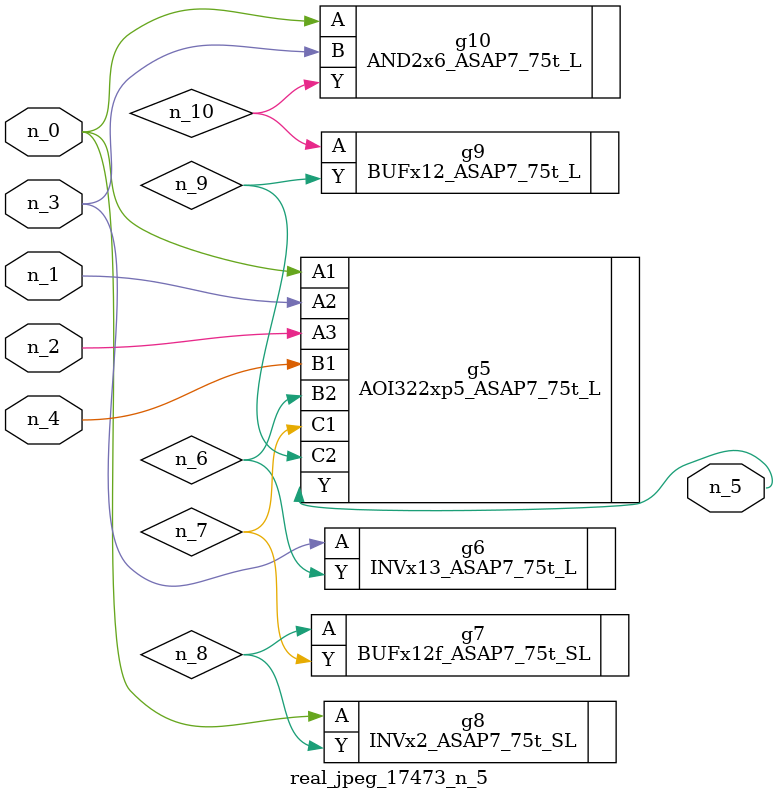
<source format=v>
module real_jpeg_17473_n_5 (n_4, n_0, n_1, n_2, n_3, n_5);

input n_4;
input n_0;
input n_1;
input n_2;
input n_3;

output n_5;

wire n_8;
wire n_6;
wire n_7;
wire n_10;
wire n_9;

AOI322xp5_ASAP7_75t_L g5 ( 
.A1(n_0),
.A2(n_1),
.A3(n_2),
.B1(n_4),
.B2(n_6),
.C1(n_7),
.C2(n_9),
.Y(n_5)
);

INVx2_ASAP7_75t_SL g8 ( 
.A(n_0),
.Y(n_8)
);

AND2x6_ASAP7_75t_L g10 ( 
.A(n_0),
.B(n_3),
.Y(n_10)
);

INVx13_ASAP7_75t_L g6 ( 
.A(n_3),
.Y(n_6)
);

BUFx12f_ASAP7_75t_SL g7 ( 
.A(n_8),
.Y(n_7)
);

BUFx12_ASAP7_75t_L g9 ( 
.A(n_10),
.Y(n_9)
);


endmodule
</source>
